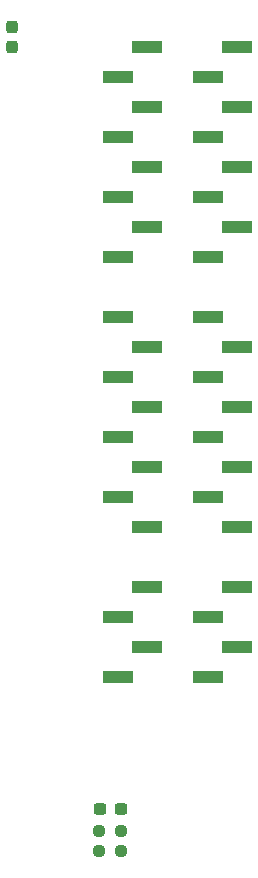
<source format=gbr>
%TF.GenerationSoftware,KiCad,Pcbnew,8.0.8+dfsg-1*%
%TF.CreationDate,2025-05-23T17:59:01+09:00*%
%TF.ProjectId,bionic-tms9900,62696f6e-6963-42d7-946d-73393930302e,1*%
%TF.SameCoordinates,Original*%
%TF.FileFunction,Paste,Bot*%
%TF.FilePolarity,Positive*%
%FSLAX46Y46*%
G04 Gerber Fmt 4.6, Leading zero omitted, Abs format (unit mm)*
G04 Created by KiCad (PCBNEW 8.0.8+dfsg-1) date 2025-05-23 17:59:01*
%MOMM*%
%LPD*%
G01*
G04 APERTURE LIST*
G04 Aperture macros list*
%AMRoundRect*
0 Rectangle with rounded corners*
0 $1 Rounding radius*
0 $2 $3 $4 $5 $6 $7 $8 $9 X,Y pos of 4 corners*
0 Add a 4 corners polygon primitive as box body*
4,1,4,$2,$3,$4,$5,$6,$7,$8,$9,$2,$3,0*
0 Add four circle primitives for the rounded corners*
1,1,$1+$1,$2,$3*
1,1,$1+$1,$4,$5*
1,1,$1+$1,$6,$7*
1,1,$1+$1,$8,$9*
0 Add four rect primitives between the rounded corners*
20,1,$1+$1,$2,$3,$4,$5,0*
20,1,$1+$1,$4,$5,$6,$7,0*
20,1,$1+$1,$6,$7,$8,$9,0*
20,1,$1+$1,$8,$9,$2,$3,0*%
G04 Aperture macros list end*
%ADD10RoundRect,0.237500X0.250000X0.237500X-0.250000X0.237500X-0.250000X-0.237500X0.250000X-0.237500X0*%
%ADD11RoundRect,0.237500X0.237500X-0.300000X0.237500X0.300000X-0.237500X0.300000X-0.237500X-0.300000X0*%
%ADD12R,2.510000X1.000000*%
%ADD13RoundRect,0.237500X-0.250000X-0.237500X0.250000X-0.237500X0.250000X0.237500X-0.250000X0.237500X0*%
%ADD14RoundRect,0.237500X-0.300000X-0.237500X0.300000X-0.237500X0.300000X0.237500X-0.300000X0.237500X0*%
G04 APERTURE END LIST*
D10*
%TO.C,R7*%
X95504000Y-113792000D03*
X93679000Y-113792000D03*
%TD*%
D11*
%TO.C,C2*%
X86283800Y-45720000D03*
X86283800Y-43995000D03*
%TD*%
D12*
%TO.C,J1*%
X97764600Y-45720000D03*
X95275400Y-48260000D03*
X97764600Y-50800000D03*
X95275400Y-53340000D03*
X97764600Y-55880000D03*
X95275400Y-58420000D03*
X97764600Y-60960000D03*
X95275400Y-63500000D03*
X95275400Y-68580000D03*
X97764600Y-71120000D03*
X95275400Y-73660000D03*
X97764600Y-76200000D03*
X95275400Y-78740000D03*
X97764600Y-81280000D03*
X95275400Y-83820000D03*
X97764600Y-86360000D03*
X97764600Y-91440000D03*
X95275400Y-93980000D03*
X97764600Y-96520000D03*
X95275400Y-99060000D03*
%TD*%
D13*
%TO.C,R6*%
X93679000Y-112039400D03*
X95504000Y-112039400D03*
%TD*%
D12*
%TO.C,J2*%
X102895400Y-99060000D03*
X105384600Y-96520000D03*
X102895400Y-93980000D03*
X105384600Y-91440000D03*
X105384600Y-86360000D03*
X102895400Y-83820000D03*
X105384600Y-81280000D03*
X102895400Y-78740000D03*
X105384600Y-76200000D03*
X102895400Y-73660000D03*
X105384600Y-71120000D03*
X102895400Y-68580000D03*
X102895400Y-63500000D03*
X105384600Y-60960000D03*
X102895400Y-58420000D03*
X105384600Y-55880000D03*
X102895400Y-53340000D03*
X105384600Y-50800000D03*
X102895400Y-48260000D03*
X105384600Y-45720000D03*
%TD*%
D14*
%TO.C,C10*%
X93780900Y-110236000D03*
X95505900Y-110236000D03*
%TD*%
M02*

</source>
